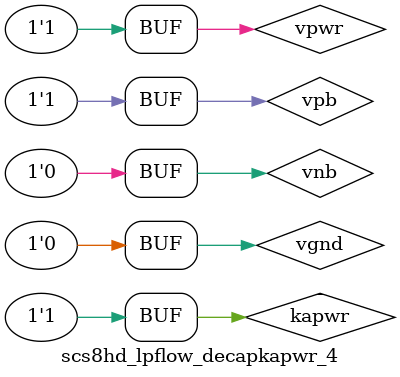
<source format=v>


`celldefine


`timescale 1ns / 1ps

module scs8hd_lpflow_decapkapwr_4  (


`ifdef SC_USE_PG_PIN
input vpwr,
input kapwr,
input vgnd
, input vpb
, input vnb
`endif

);

`ifdef functional
`else
`ifdef SC_USE_PG_PIN
`else
supply1 vpwr;
supply1 kapwr;
supply0 vgnd;
supply1 vpb;
supply0 vnb;
`endif
`endif


endmodule
`endcelldefine

</source>
